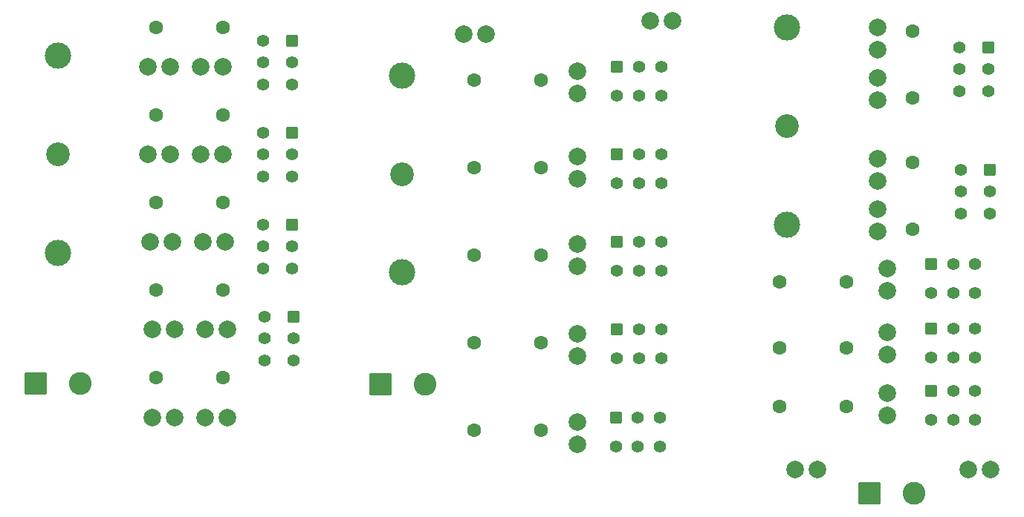
<source format=gbr>
%TF.GenerationSoftware,KiCad,Pcbnew,9.0.4*%
%TF.CreationDate,2025-08-31T04:42:25+08:00*%
%TF.ProjectId,Magdamit_EE_201L_Project,4d616764-616d-4697-945f-45455f323031,rev?*%
%TF.SameCoordinates,Original*%
%TF.FileFunction,Soldermask,Bot*%
%TF.FilePolarity,Negative*%
%FSLAX46Y46*%
G04 Gerber Fmt 4.6, Leading zero omitted, Abs format (unit mm)*
G04 Created by KiCad (PCBNEW 9.0.4) date 2025-08-31 04:42:25*
%MOMM*%
%LPD*%
G01*
G04 APERTURE LIST*
G04 Aperture macros list*
%AMRoundRect*
0 Rectangle with rounded corners*
0 $1 Rounding radius*
0 $2 $3 $4 $5 $6 $7 $8 $9 X,Y pos of 4 corners*
0 Add a 4 corners polygon primitive as box body*
4,1,4,$2,$3,$4,$5,$6,$7,$8,$9,$2,$3,0*
0 Add four circle primitives for the rounded corners*
1,1,$1+$1,$2,$3*
1,1,$1+$1,$4,$5*
1,1,$1+$1,$6,$7*
1,1,$1+$1,$8,$9*
0 Add four rect primitives between the rounded corners*
20,1,$1+$1,$2,$3,$4,$5,0*
20,1,$1+$1,$4,$5,$6,$7,0*
20,1,$1+$1,$6,$7,$8,$9,0*
20,1,$1+$1,$8,$9,$2,$3,0*%
G04 Aperture macros list end*
%ADD10C,2.000000*%
%ADD11C,1.600000*%
%ADD12RoundRect,0.250000X-1.050000X-1.050000X1.050000X-1.050000X1.050000X1.050000X-1.050000X1.050000X0*%
%ADD13C,2.600000*%
%ADD14RoundRect,0.250000X-0.450000X-0.450000X0.450000X-0.450000X0.450000X0.450000X-0.450000X0.450000X0*%
%ADD15C,1.400000*%
%ADD16C,2.700000*%
%ADD17C,3.000000*%
%ADD18RoundRect,0.250000X-0.450000X0.450000X-0.450000X-0.450000X0.450000X-0.450000X0.450000X0.450000X0*%
G04 APERTURE END LIST*
D10*
%TO.C,+TP_R6*%
X99190000Y-55960000D03*
X99190000Y-58500000D03*
%TD*%
D11*
%TO.C,R10*%
X87380000Y-97000000D03*
X95000000Y-97000000D03*
%TD*%
D12*
%TO.C,J2*%
X76690000Y-91730000D03*
D13*
X81770000Y-91730000D03*
%TD*%
D14*
%TO.C,SW_R9*%
X103690000Y-85500000D03*
D15*
X106190000Y-85500000D03*
X108690000Y-85500000D03*
X108690000Y-88800000D03*
X106190000Y-88800000D03*
X103690000Y-88800000D03*
%TD*%
D11*
%TO.C,R13*%
X122190000Y-80050000D03*
X129810000Y-80050000D03*
%TD*%
D10*
%TO.C,-TP_R12*%
X133357500Y-71750000D03*
X133357500Y-74290000D03*
%TD*%
%TO.C,-TP_R4*%
X56730000Y-85500000D03*
X59270000Y-85500000D03*
%TD*%
%TO.C,+TP_R5*%
X50730000Y-95500000D03*
X53270000Y-95500000D03*
%TD*%
%TO.C,-TP_R3*%
X56500000Y-75500000D03*
X59040000Y-75500000D03*
%TD*%
D14*
%TO.C,SW_R6*%
X103690000Y-55500000D03*
D15*
X106190000Y-55500000D03*
X108690000Y-55500000D03*
X108690000Y-58800000D03*
X106190000Y-58800000D03*
X103690000Y-58800000D03*
%TD*%
D11*
%TO.C,R5*%
X51190000Y-91000000D03*
X58810000Y-91000000D03*
%TD*%
D14*
%TO.C,SW_R8*%
X103690000Y-75500000D03*
D15*
X106190000Y-75500000D03*
X108690000Y-75500000D03*
X108690000Y-78800000D03*
X106190000Y-78800000D03*
X103690000Y-78800000D03*
%TD*%
D10*
%TO.C,-TP_R1*%
X56230000Y-55500000D03*
X58770000Y-55500000D03*
%TD*%
%TO.C,+TP_R12*%
X133357500Y-65980000D03*
X133357500Y-68520000D03*
%TD*%
D14*
%TO.C,SW_R14*%
X139500000Y-85357500D03*
D15*
X142000000Y-85357500D03*
X144500000Y-85357500D03*
X144500000Y-88657500D03*
X142000000Y-88657500D03*
X139500000Y-88657500D03*
%TD*%
D16*
%TO.C,F2*%
X79190000Y-67730000D03*
D17*
X79190000Y-56480000D03*
X79190000Y-78980000D03*
%TD*%
D18*
%TO.C,SW_11_12*%
X146000000Y-53250000D03*
D15*
X146000000Y-55750000D03*
X146000000Y-58250000D03*
X142700000Y-58250000D03*
X142700000Y-55750000D03*
X142700000Y-53250000D03*
%TD*%
D10*
%TO.C,TP17*%
X107420000Y-50230000D03*
X109960000Y-50230000D03*
%TD*%
%TO.C,+TP_R9*%
X99190000Y-86000000D03*
X99190000Y-88540000D03*
%TD*%
D11*
%TO.C,R6*%
X87380000Y-57000000D03*
X95000000Y-57000000D03*
%TD*%
D10*
%TO.C,+TP_R7*%
X99190000Y-65730000D03*
X99190000Y-68270000D03*
%TD*%
%TO.C,-TP*%
X86190000Y-51730000D03*
X88730000Y-51730000D03*
%TD*%
%TO.C,+TP_R13-R15*%
X143730000Y-101500000D03*
X146270000Y-101500000D03*
%TD*%
D12*
%TO.C,J3*%
X132455000Y-104172500D03*
D13*
X137535000Y-104172500D03*
%TD*%
D10*
%TO.C,-TP_R2*%
X56230000Y-65500000D03*
X58770000Y-65500000D03*
%TD*%
D18*
%TO.C,SW_12_T_R12-15*%
X146142500Y-67250000D03*
D15*
X146142500Y-69750000D03*
X146142500Y-72250000D03*
X142842500Y-72250000D03*
X142842500Y-69750000D03*
X142842500Y-67250000D03*
%TD*%
D11*
%TO.C,R15*%
X122190000Y-94250000D03*
X129810000Y-94250000D03*
%TD*%
D18*
%TO.C,SW_R2_R3*%
X66642500Y-63000000D03*
D15*
X66642500Y-65500000D03*
X66642500Y-68000000D03*
X63342500Y-68000000D03*
X63342500Y-65500000D03*
X63342500Y-63000000D03*
%TD*%
D10*
%TO.C,+TP_R11*%
X133357500Y-50980000D03*
X133357500Y-53520000D03*
%TD*%
D11*
%TO.C,R7*%
X87380000Y-67000000D03*
X95000000Y-67000000D03*
%TD*%
D10*
%TO.C,-TP*%
X123960000Y-101500000D03*
X126500000Y-101500000D03*
%TD*%
D11*
%TO.C,R3*%
X51190000Y-71000000D03*
X58810000Y-71000000D03*
%TD*%
D14*
%TO.C,SW_R15*%
X139500000Y-92500000D03*
D15*
X142000000Y-92500000D03*
X144500000Y-92500000D03*
X144500000Y-95800000D03*
X142000000Y-95800000D03*
X139500000Y-95800000D03*
%TD*%
D10*
%TO.C,+TP_R8*%
X99190000Y-75730000D03*
X99190000Y-78270000D03*
%TD*%
D12*
%TO.C,J1*%
X37455000Y-91672500D03*
D13*
X42535000Y-91672500D03*
%TD*%
D10*
%TO.C,+TP_R14*%
X134500000Y-85837500D03*
X134500000Y-88377500D03*
%TD*%
%TO.C,-TP_R11*%
X133357500Y-56750000D03*
X133357500Y-59290000D03*
%TD*%
%TO.C,+TP_R13*%
X134500000Y-78550000D03*
X134500000Y-81090000D03*
%TD*%
%TO.C,+TP_R15*%
X134500000Y-92750000D03*
X134500000Y-95290000D03*
%TD*%
%TO.C,+TP_R2*%
X50230000Y-65500000D03*
X52770000Y-65500000D03*
%TD*%
D16*
%TO.C,F1*%
X40000000Y-65500000D03*
D17*
X40000000Y-54250000D03*
X40000000Y-76750000D03*
%TD*%
D11*
%TO.C,R11*%
X137357500Y-51440000D03*
X137357500Y-59060000D03*
%TD*%
D10*
%TO.C,+TP_R1*%
X50230000Y-55500000D03*
X52770000Y-55500000D03*
%TD*%
D14*
%TO.C,SW_R7*%
X103690000Y-65500000D03*
D15*
X106190000Y-65500000D03*
X108690000Y-65500000D03*
X108690000Y-68800000D03*
X106190000Y-68800000D03*
X103690000Y-68800000D03*
%TD*%
D18*
%TO.C,SW_R1_R2*%
X66642500Y-52500000D03*
D15*
X66642500Y-55000000D03*
X66642500Y-57500000D03*
X63342500Y-57500000D03*
X63342500Y-55000000D03*
X63342500Y-52500000D03*
%TD*%
D11*
%TO.C,R2*%
X51190000Y-61000000D03*
X58810000Y-61000000D03*
%TD*%
D16*
%TO.C,F3*%
X123000000Y-62250000D03*
D17*
X123000000Y-51000000D03*
X123000000Y-73500000D03*
%TD*%
D10*
%TO.C,+TP_R3*%
X50460000Y-75500000D03*
X53000000Y-75500000D03*
%TD*%
%TO.C,+TP_R10*%
X99190000Y-96000000D03*
X99190000Y-98540000D03*
%TD*%
D14*
%TO.C,SW_R13*%
X139500000Y-78000000D03*
D15*
X142000000Y-78000000D03*
X144500000Y-78000000D03*
X144500000Y-81300000D03*
X142000000Y-81300000D03*
X139500000Y-81300000D03*
%TD*%
D11*
%TO.C,R9*%
X87380000Y-87000000D03*
X95000000Y-87000000D03*
%TD*%
%TO.C,R8*%
X87380000Y-77000000D03*
X95000000Y-77000000D03*
%TD*%
%TO.C,R4*%
X51190000Y-81000000D03*
X58810000Y-81000000D03*
%TD*%
D18*
%TO.C,SW_R4_R5*%
X66800000Y-84000000D03*
D15*
X66800000Y-86500000D03*
X66800000Y-89000000D03*
X63500000Y-89000000D03*
X63500000Y-86500000D03*
X63500000Y-84000000D03*
%TD*%
D11*
%TO.C,R14*%
X122190000Y-87607500D03*
X129810000Y-87607500D03*
%TD*%
%TO.C,R12*%
X137357500Y-66440000D03*
X137357500Y-74060000D03*
%TD*%
D18*
%TO.C,SW_R3_R4*%
X66642500Y-73500000D03*
D15*
X66642500Y-76000000D03*
X66642500Y-78500000D03*
X63342500Y-78500000D03*
X63342500Y-76000000D03*
X63342500Y-73500000D03*
%TD*%
D10*
%TO.C,+TP_R4*%
X50730000Y-85500000D03*
X53270000Y-85500000D03*
%TD*%
D14*
%TO.C,SW_R10*%
X103547500Y-95500000D03*
D15*
X106047500Y-95500000D03*
X108547500Y-95500000D03*
X108547500Y-98800000D03*
X106047500Y-98800000D03*
X103547500Y-98800000D03*
%TD*%
D10*
%TO.C,-TP_R5*%
X56730000Y-95500000D03*
X59270000Y-95500000D03*
%TD*%
D11*
%TO.C,R1*%
X51190000Y-51000000D03*
X58810000Y-51000000D03*
%TD*%
M02*

</source>
